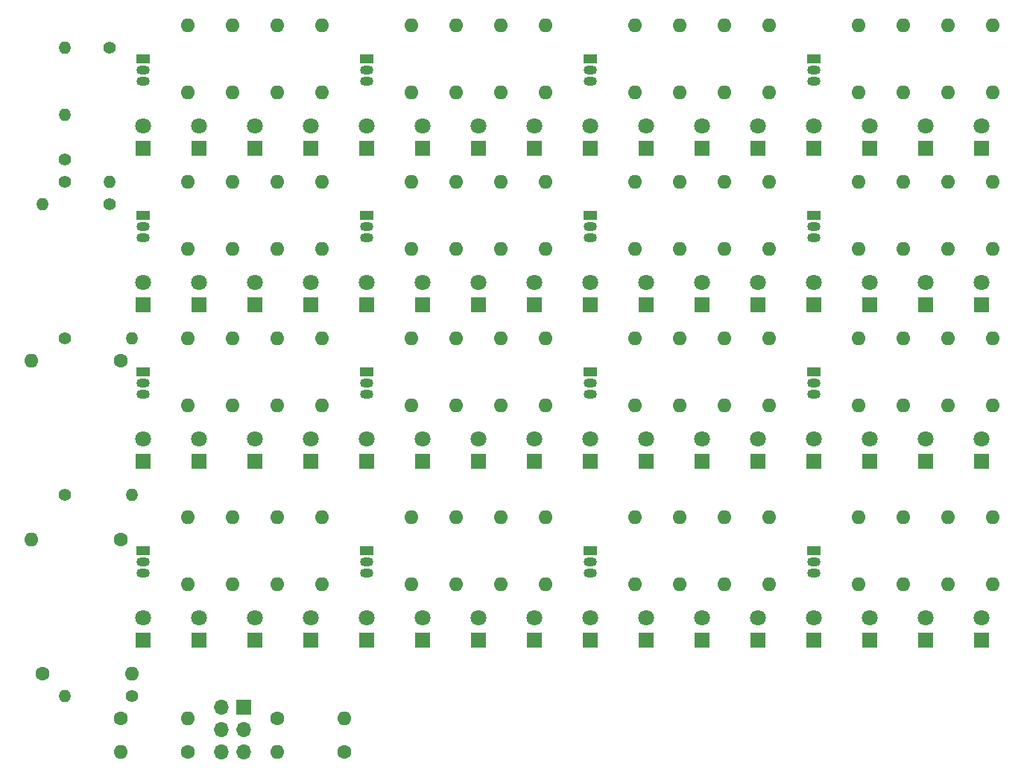
<source format=gbr>
%TF.GenerationSoftware,KiCad,Pcbnew,7.0.10*%
%TF.CreationDate,2024-01-22T13:45:31-05:00*%
%TF.ProjectId,LED_array,4c45445f-6172-4726-9179-2e6b69636164,rev?*%
%TF.SameCoordinates,Original*%
%TF.FileFunction,Soldermask,Bot*%
%TF.FilePolarity,Negative*%
%FSLAX46Y46*%
G04 Gerber Fmt 4.6, Leading zero omitted, Abs format (unit mm)*
G04 Created by KiCad (PCBNEW 7.0.10) date 2024-01-22 13:45:31*
%MOMM*%
%LPD*%
G01*
G04 APERTURE LIST*
%ADD10O,1.400000X1.400000*%
%ADD11C,1.400000*%
%ADD12C,1.600000*%
%ADD13O,1.600000X1.600000*%
%ADD14R,1.800000X1.800000*%
%ADD15C,1.800000*%
%ADD16R,1.500000X1.050000*%
%ADD17O,1.500000X1.050000*%
%ADD18R,1.700000X1.700000*%
%ADD19O,1.700000X1.700000*%
G04 APERTURE END LIST*
D10*
%TO.C,R9*%
X41910000Y-76200000D03*
D11*
X34290000Y-76200000D03*
%TD*%
%TO.C,R6*%
X34290000Y-40640000D03*
D10*
X39370000Y-40640000D03*
%TD*%
D12*
%TO.C,R10*%
X31750000Y-96520000D03*
D13*
X41910000Y-96520000D03*
%TD*%
D12*
%TO.C,R14*%
X40640000Y-81280000D03*
D13*
X30480000Y-81280000D03*
%TD*%
D12*
%TO.C,R13*%
X40640000Y-60960000D03*
D13*
X30480000Y-60960000D03*
%TD*%
D10*
%TO.C,R12*%
X31750000Y-43180000D03*
D11*
X39370000Y-43180000D03*
%TD*%
%TO.C,R11*%
X39370000Y-25400000D03*
D10*
X34290000Y-25400000D03*
%TD*%
D11*
%TO.C,R7*%
X34290000Y-58420000D03*
D10*
X41910000Y-58420000D03*
%TD*%
D11*
%TO.C,R5*%
X34290000Y-38100000D03*
D10*
X34290000Y-33020000D03*
%TD*%
%TO.C,R8*%
X34290000Y-99060000D03*
D11*
X41910000Y-99060000D03*
%TD*%
D12*
%TO.C,R2*%
X48260000Y-105410000D03*
D13*
X40640000Y-105410000D03*
%TD*%
%TO.C,R1103*%
X134620000Y-40640000D03*
X134620000Y-48260000D03*
%TD*%
D12*
%TO.C,R1*%
X66040000Y-105410000D03*
D13*
X58420000Y-105410000D03*
%TD*%
%TO.C,R801*%
X48260000Y-40640000D03*
X48260000Y-48260000D03*
%TD*%
%TO.C,R901*%
X73660000Y-40640000D03*
X73660000Y-48260000D03*
%TD*%
D14*
%TO.C,D504*%
X113030000Y-36830000D03*
D15*
X113030000Y-34290000D03*
%TD*%
D13*
%TO.C,R1602*%
X109220000Y-78740000D03*
X109220000Y-86360000D03*
%TD*%
%TO.C,R1803*%
X78740000Y-58420000D03*
X78740000Y-66040000D03*
%TD*%
D14*
%TO.C,D1504*%
X81280000Y-92710000D03*
D15*
X81280000Y-90170000D03*
%TD*%
D13*
%TO.C,R1403*%
X124460000Y-58420000D03*
X124460000Y-66040000D03*
%TD*%
D14*
%TO.C,D1004*%
X113030000Y-54610000D03*
D15*
X113030000Y-52070000D03*
%TD*%
D13*
%TO.C,R1003*%
X109220000Y-40640000D03*
X109220000Y-48260000D03*
%TD*%
%TO.C,R1802*%
X63500000Y-58420000D03*
X63500000Y-66040000D03*
%TD*%
%TO.C,R2003*%
X78740000Y-78740000D03*
X78740000Y-86360000D03*
%TD*%
D14*
%TO.C,D404*%
X87630000Y-36830000D03*
D15*
X87630000Y-34290000D03*
%TD*%
D14*
%TO.C,D1302*%
X55880000Y-72390000D03*
D15*
X55880000Y-69850000D03*
%TD*%
D14*
%TO.C,D1603*%
X119380000Y-92710000D03*
D15*
X119380000Y-90170000D03*
%TD*%
D14*
%TO.C,D802*%
X49530000Y-54610000D03*
D15*
X49530000Y-52070000D03*
%TD*%
D14*
%TO.C,D804*%
X62230000Y-54610000D03*
D15*
X62230000Y-52070000D03*
%TD*%
D14*
%TO.C,D1904*%
X138430000Y-72390000D03*
D15*
X138430000Y-69850000D03*
%TD*%
D13*
%TO.C,R903*%
X83820000Y-40640000D03*
X83820000Y-48260000D03*
%TD*%
%TO.C,R503*%
X109220000Y-22850000D03*
X109220000Y-30470000D03*
%TD*%
%TO.C,R1902*%
X114300000Y-58430000D03*
X114300000Y-66050000D03*
%TD*%
%TO.C,R1804*%
X88900000Y-58420000D03*
X88900000Y-66040000D03*
%TD*%
%TO.C,R303*%
X58420000Y-22860000D03*
X58420000Y-30480000D03*
%TD*%
D16*
%TO.C,Q1801*%
X119380000Y-62230000D03*
D17*
X119380000Y-63500000D03*
X119380000Y-64770000D03*
%TD*%
D13*
%TO.C,R1303*%
X73660000Y-58420000D03*
X73660000Y-66040000D03*
%TD*%
D12*
%TO.C,R4*%
X58420000Y-101615000D03*
D13*
X66040000Y-101615000D03*
%TD*%
%TO.C,R301*%
X48260000Y-22860000D03*
X48260000Y-30480000D03*
%TD*%
D14*
%TO.C,D302*%
X49530000Y-36830000D03*
D15*
X49530000Y-34290000D03*
%TD*%
D14*
%TO.C,D1804*%
X87630000Y-72390000D03*
D15*
X87630000Y-69850000D03*
%TD*%
D13*
%TO.C,R304*%
X63500000Y-22860000D03*
X63500000Y-30480000D03*
%TD*%
%TO.C,R1903*%
X129540000Y-58420000D03*
X129540000Y-66040000D03*
%TD*%
D14*
%TO.C,D1102*%
X125730000Y-54610000D03*
D15*
X125730000Y-52070000D03*
%TD*%
D13*
%TO.C,R804*%
X63500000Y-40640000D03*
X63500000Y-48260000D03*
%TD*%
%TO.C,R1601*%
X99060000Y-78740000D03*
X99060000Y-86360000D03*
%TD*%
%TO.C,R1304*%
X83820000Y-58420000D03*
X83820000Y-66040000D03*
%TD*%
D14*
%TO.C,D304*%
X62230000Y-36830000D03*
D15*
X62230000Y-34290000D03*
%TD*%
D13*
%TO.C,R1002*%
X104140000Y-40640000D03*
X104140000Y-48260000D03*
%TD*%
D14*
%TO.C,D601*%
X119380000Y-36830000D03*
D15*
X119380000Y-34290000D03*
%TD*%
D13*
%TO.C,R1302*%
X58420000Y-58420000D03*
X58420000Y-66040000D03*
%TD*%
D14*
%TO.C,D904*%
X87630000Y-54610000D03*
D15*
X87630000Y-52070000D03*
%TD*%
D16*
%TO.C,Q901*%
X68580000Y-44450000D03*
D17*
X68580000Y-45720000D03*
X68580000Y-46990000D03*
%TD*%
D14*
%TO.C,D2003*%
X74930000Y-92710000D03*
D15*
X74930000Y-90170000D03*
%TD*%
D13*
%TO.C,R904*%
X88900000Y-40640000D03*
X88900000Y-48260000D03*
%TD*%
%TO.C,R403*%
X83820000Y-22860000D03*
X83820000Y-30480000D03*
%TD*%
%TO.C,R1102*%
X129540000Y-40640000D03*
X129540000Y-48260000D03*
%TD*%
D14*
%TO.C,D1803*%
X74930000Y-72390000D03*
D15*
X74930000Y-69850000D03*
%TD*%
D14*
%TO.C,D1101*%
X119380000Y-54610000D03*
D15*
X119380000Y-52070000D03*
%TD*%
D14*
%TO.C,D401*%
X68580000Y-36830000D03*
D15*
X68580000Y-34290000D03*
%TD*%
D13*
%TO.C,R1301*%
X48260000Y-58420000D03*
X48260000Y-66040000D03*
%TD*%
%TO.C,R601*%
X124460000Y-22850000D03*
X124460000Y-30470000D03*
%TD*%
D14*
%TO.C,D801*%
X43180000Y-54610000D03*
D15*
X43180000Y-52070000D03*
%TD*%
D13*
%TO.C,R1503*%
X73660000Y-78740000D03*
X73660000Y-86360000D03*
%TD*%
D16*
%TO.C,Q501*%
X93980000Y-26660000D03*
D17*
X93980000Y-27930000D03*
X93980000Y-29200000D03*
%TD*%
D16*
%TO.C,Q801*%
X43180000Y-44450000D03*
D17*
X43180000Y-45720000D03*
X43180000Y-46990000D03*
%TD*%
D12*
%TO.C,R3*%
X40620000Y-101615000D03*
D13*
X48240000Y-101615000D03*
%TD*%
D14*
%TO.C,D2103*%
X125730000Y-92710000D03*
D15*
X125730000Y-90170000D03*
%TD*%
D13*
%TO.C,R2101*%
X104140000Y-78740000D03*
X104140000Y-86360000D03*
%TD*%
D16*
%TO.C,Q1401*%
X68580000Y-62230000D03*
D17*
X68580000Y-63500000D03*
X68580000Y-64770000D03*
%TD*%
D14*
%TO.C,D403*%
X81280000Y-36830000D03*
D15*
X81280000Y-34290000D03*
%TD*%
D16*
%TO.C,Q301*%
X43180000Y-26670000D03*
D17*
X43180000Y-27940000D03*
X43180000Y-29210000D03*
%TD*%
D14*
%TO.C,D2002*%
X62230000Y-92710000D03*
D15*
X62230000Y-90170000D03*
%TD*%
D14*
%TO.C,D303*%
X55880000Y-36830000D03*
D15*
X55880000Y-34290000D03*
%TD*%
D14*
%TO.C,D1304*%
X81280000Y-72390000D03*
D15*
X81280000Y-69850000D03*
%TD*%
D14*
%TO.C,D1903*%
X125730000Y-72390000D03*
D15*
X125730000Y-69850000D03*
%TD*%
D13*
%TO.C,R603*%
X134620000Y-22850000D03*
X134620000Y-30470000D03*
%TD*%
D14*
%TO.C,D1802*%
X62230000Y-72390000D03*
D15*
X62230000Y-69850000D03*
%TD*%
D14*
%TO.C,D903*%
X81280000Y-54610000D03*
D15*
X81280000Y-52070000D03*
%TD*%
D14*
%TO.C,D1801*%
X49530000Y-72390000D03*
D15*
X49530000Y-69850000D03*
%TD*%
D14*
%TO.C,D603*%
X132080000Y-36830000D03*
D15*
X132080000Y-34290000D03*
%TD*%
D14*
%TO.C,D1403*%
X119380000Y-72390000D03*
D15*
X119380000Y-69850000D03*
%TD*%
D13*
%TO.C,R401*%
X73660000Y-22860000D03*
X73660000Y-30480000D03*
%TD*%
D14*
%TO.C,D1303*%
X68580000Y-72390000D03*
D15*
X68580000Y-69850000D03*
%TD*%
D14*
%TO.C,D2101*%
X100330000Y-92710000D03*
D15*
X100330000Y-90170000D03*
%TD*%
D13*
%TO.C,R404*%
X88900000Y-22860000D03*
X88900000Y-30480000D03*
%TD*%
D16*
%TO.C,Q601*%
X119380000Y-26660000D03*
D17*
X119380000Y-27930000D03*
X119380000Y-29200000D03*
%TD*%
D13*
%TO.C,R604*%
X139700000Y-22850000D03*
X139700000Y-30470000D03*
%TD*%
D16*
%TO.C,Q1101*%
X119380000Y-44450000D03*
D17*
X119380000Y-45720000D03*
X119380000Y-46990000D03*
%TD*%
D13*
%TO.C,R302*%
X53340000Y-22860000D03*
X53340000Y-30480000D03*
%TD*%
D14*
%TO.C,D1501*%
X43180000Y-92710000D03*
D15*
X43180000Y-90170000D03*
%TD*%
D14*
%TO.C,D1502*%
X55880000Y-92710000D03*
D15*
X55880000Y-90170000D03*
%TD*%
D13*
%TO.C,R1801*%
X53340000Y-58420000D03*
X53340000Y-66040000D03*
%TD*%
D14*
%TO.C,D301*%
X43180000Y-36830000D03*
D15*
X43180000Y-34290000D03*
%TD*%
D14*
%TO.C,D604*%
X138430000Y-36830000D03*
D15*
X138430000Y-34290000D03*
%TD*%
D14*
%TO.C,D1301*%
X43180000Y-72390000D03*
D15*
X43180000Y-69850000D03*
%TD*%
D14*
%TO.C,D503*%
X106680000Y-36830000D03*
D15*
X106680000Y-34290000D03*
%TD*%
D13*
%TO.C,R1104*%
X139700000Y-40640000D03*
X139700000Y-48260000D03*
%TD*%
D14*
%TO.C,D803*%
X55880000Y-54610000D03*
D15*
X55880000Y-52070000D03*
%TD*%
D14*
%TO.C,D1002*%
X100330000Y-54610000D03*
D15*
X100330000Y-52070000D03*
%TD*%
D14*
%TO.C,D1003*%
X106680000Y-54610000D03*
D15*
X106680000Y-52070000D03*
%TD*%
D14*
%TO.C,D602*%
X125730000Y-36830000D03*
D15*
X125730000Y-34290000D03*
%TD*%
D14*
%TO.C,D1602*%
X106680000Y-92710000D03*
D15*
X106680000Y-90170000D03*
%TD*%
D13*
%TO.C,R1504*%
X83820000Y-78740000D03*
X83820000Y-86360000D03*
%TD*%
%TO.C,R1004*%
X114300000Y-40640000D03*
X114300000Y-48260000D03*
%TD*%
%TO.C,R1402*%
X109220000Y-58420000D03*
X109220000Y-66040000D03*
%TD*%
D14*
%TO.C,D1402*%
X106680000Y-72390000D03*
D15*
X106680000Y-69850000D03*
%TD*%
D16*
%TO.C,Q401*%
X68580000Y-26670000D03*
D17*
X68580000Y-27940000D03*
X68580000Y-29210000D03*
%TD*%
D18*
%TO.C,J1*%
X54610000Y-100345000D03*
D19*
X52070000Y-100345000D03*
X54610000Y-102885000D03*
X52070000Y-102885000D03*
X54610000Y-105425000D03*
X52070000Y-105425000D03*
%TD*%
D14*
%TO.C,D1901*%
X100330000Y-72390000D03*
D15*
X100330000Y-69850000D03*
%TD*%
D14*
%TO.C,D1001*%
X93980000Y-54610000D03*
D15*
X93980000Y-52070000D03*
%TD*%
D13*
%TO.C,R602*%
X129540000Y-22850000D03*
X129540000Y-30470000D03*
%TD*%
D14*
%TO.C,D2104*%
X138430000Y-92710000D03*
D15*
X138430000Y-90170000D03*
%TD*%
D13*
%TO.C,R504*%
X114300000Y-22860000D03*
X114300000Y-30480000D03*
%TD*%
D14*
%TO.C,D2004*%
X87630000Y-92710000D03*
D15*
X87630000Y-90170000D03*
%TD*%
D13*
%TO.C,R2004*%
X88900000Y-78740000D03*
X88900000Y-86360000D03*
%TD*%
%TO.C,R2103*%
X129540000Y-78740000D03*
X129540000Y-86360000D03*
%TD*%
D14*
%TO.C,D2001*%
X49530000Y-92710000D03*
D15*
X49530000Y-90170000D03*
%TD*%
D13*
%TO.C,R1502*%
X58420000Y-78740000D03*
X58420000Y-86360000D03*
%TD*%
D14*
%TO.C,D2102*%
X113030000Y-92710000D03*
D15*
X113030000Y-90170000D03*
%TD*%
D14*
%TO.C,D1401*%
X93980000Y-72390000D03*
D15*
X93980000Y-69850000D03*
%TD*%
D13*
%TO.C,R1101*%
X124460000Y-40640000D03*
X124460000Y-48260000D03*
%TD*%
%TO.C,R1603*%
X124460000Y-78740000D03*
X124460000Y-86360000D03*
%TD*%
D16*
%TO.C,Q1901*%
X93980000Y-62230000D03*
D17*
X93980000Y-63500000D03*
X93980000Y-64770000D03*
%TD*%
D13*
%TO.C,R802*%
X53340000Y-40640000D03*
X53340000Y-48260000D03*
%TD*%
D14*
%TO.C,D901*%
X68580000Y-54610000D03*
D15*
X68580000Y-52070000D03*
%TD*%
D16*
%TO.C,Q1001*%
X93980000Y-44450000D03*
D17*
X93980000Y-45720000D03*
X93980000Y-46990000D03*
%TD*%
D13*
%TO.C,R2104*%
X139700000Y-78740000D03*
X139700000Y-86360000D03*
%TD*%
D14*
%TO.C,D1404*%
X132080000Y-72390000D03*
D15*
X132080000Y-69850000D03*
%TD*%
D14*
%TO.C,D502*%
X100330000Y-36830000D03*
D15*
X100330000Y-34290000D03*
%TD*%
D13*
%TO.C,R803*%
X58420000Y-40640000D03*
X58420000Y-48260000D03*
%TD*%
%TO.C,R902*%
X78740000Y-40640000D03*
X78740000Y-48260000D03*
%TD*%
D14*
%TO.C,D1103*%
X132080000Y-54610000D03*
D15*
X132080000Y-52070000D03*
%TD*%
D14*
%TO.C,D501*%
X93980000Y-36830000D03*
D15*
X93980000Y-34290000D03*
%TD*%
D13*
%TO.C,R2102*%
X114300000Y-78740000D03*
X114300000Y-86360000D03*
%TD*%
%TO.C,R501*%
X99060000Y-22850000D03*
X99060000Y-30470000D03*
%TD*%
%TO.C,R1901*%
X104140000Y-58420000D03*
X104140000Y-66040000D03*
%TD*%
D14*
%TO.C,D1604*%
X132080000Y-92710000D03*
D15*
X132080000Y-90170000D03*
%TD*%
D13*
%TO.C,R1501*%
X48260000Y-78740000D03*
X48260000Y-86360000D03*
%TD*%
%TO.C,R1404*%
X134620000Y-58420000D03*
X134620000Y-66040000D03*
%TD*%
D16*
%TO.C,Q1501*%
X43180000Y-82550000D03*
D17*
X43180000Y-83820000D03*
X43180000Y-85090000D03*
%TD*%
D13*
%TO.C,R1001*%
X99060000Y-40640000D03*
X99060000Y-48260000D03*
%TD*%
D16*
%TO.C,Q1301*%
X43180000Y-62230000D03*
D17*
X43180000Y-63500000D03*
X43180000Y-64770000D03*
%TD*%
D13*
%TO.C,R1604*%
X134620000Y-78740000D03*
X134620000Y-86360000D03*
%TD*%
D14*
%TO.C,D902*%
X74930000Y-54610000D03*
D15*
X74930000Y-52070000D03*
%TD*%
D16*
%TO.C,Q2101*%
X93980000Y-82550000D03*
D17*
X93980000Y-83820000D03*
X93980000Y-85090000D03*
%TD*%
D14*
%TO.C,D1601*%
X93980000Y-92710000D03*
D15*
X93980000Y-90170000D03*
%TD*%
D13*
%TO.C,R1904*%
X139700000Y-58420000D03*
X139700000Y-66040000D03*
%TD*%
%TO.C,R1401*%
X99060000Y-58420000D03*
X99060000Y-66040000D03*
%TD*%
D14*
%TO.C,D1104*%
X138430000Y-54610000D03*
D15*
X138430000Y-52070000D03*
%TD*%
D16*
%TO.C,Q1601*%
X68580000Y-82550000D03*
D17*
X68580000Y-83820000D03*
X68580000Y-85090000D03*
%TD*%
D14*
%TO.C,D1503*%
X68580000Y-92710000D03*
D15*
X68580000Y-90170000D03*
%TD*%
D13*
%TO.C,R2002*%
X63500000Y-78740000D03*
X63500000Y-86360000D03*
%TD*%
%TO.C,R502*%
X104140000Y-22850000D03*
X104140000Y-30470000D03*
%TD*%
%TO.C,R402*%
X78740000Y-22860000D03*
X78740000Y-30480000D03*
%TD*%
%TO.C,R2001*%
X53340000Y-78740000D03*
X53340000Y-86360000D03*
%TD*%
D14*
%TO.C,D402*%
X74930000Y-36830000D03*
D15*
X74930000Y-34290000D03*
%TD*%
D16*
%TO.C,Q2001*%
X119380000Y-82550000D03*
D17*
X119380000Y-83820000D03*
X119380000Y-85090000D03*
%TD*%
D14*
%TO.C,D1902*%
X113030000Y-72390000D03*
D15*
X113030000Y-69850000D03*
%TD*%
M02*

</source>
